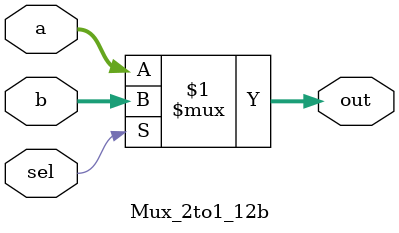
<source format=v>
module Mux_2to1_12b(input [12:0] a, b, input sel, output [12:0] out);
	assign out = sel? b : a;
endmodule

</source>
